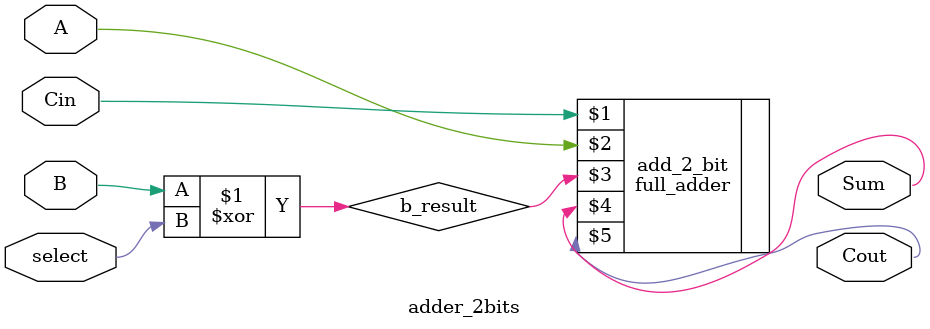
<source format=v>
`timescale 1ns / 1ps
module adder_2bits(
	input Cin,
	input A,
	input B,
	input select,
	output Sum,
	output Cout
    );
	
	// First we choose the selected B
	wire b_result;

	xor #(10) import_select (b_result, B, select);
	
	// Then we give all the selections into full adder
	full_adder
		add_2_bit (Cin, A, b_result, Sum, Cout);

endmodule

</source>
